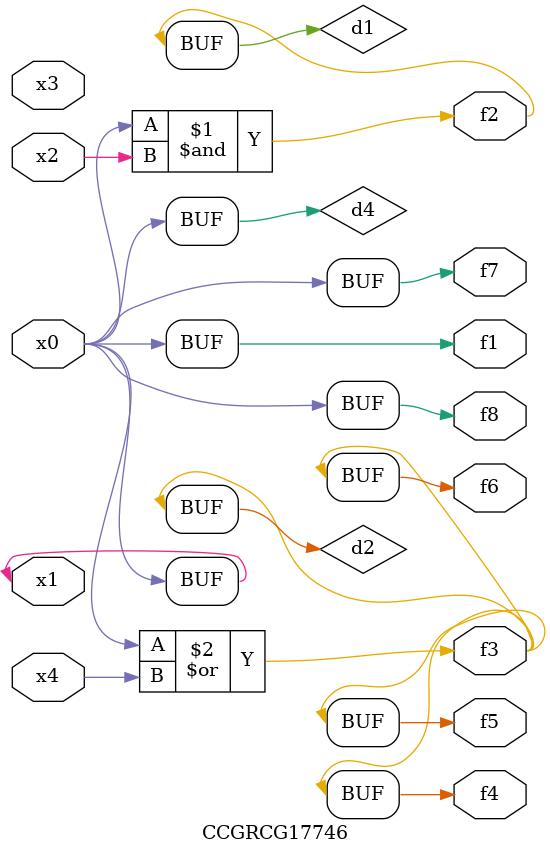
<source format=v>
module CCGRCG17746(
	input x0, x1, x2, x3, x4,
	output f1, f2, f3, f4, f5, f6, f7, f8
);

	wire d1, d2, d3, d4;

	and (d1, x0, x2);
	or (d2, x0, x4);
	nand (d3, x0, x2);
	buf (d4, x0, x1);
	assign f1 = d4;
	assign f2 = d1;
	assign f3 = d2;
	assign f4 = d2;
	assign f5 = d2;
	assign f6 = d2;
	assign f7 = d4;
	assign f8 = d4;
endmodule

</source>
